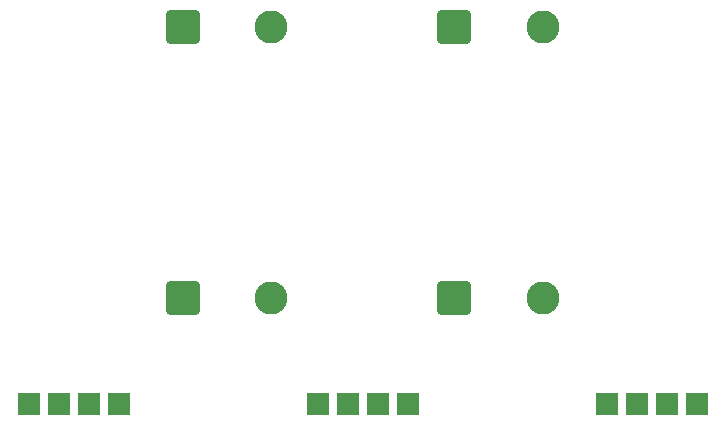
<source format=gbr>
%TF.GenerationSoftware,KiCad,Pcbnew,6.0.4-6f826c9f35~116~ubuntu20.04.1*%
%TF.CreationDate,2022-07-25T09:59:18+00:00*%
%TF.ProjectId,4XLTO1865V01A,34584c54-4f31-4383-9635-563031412e6b,rev?*%
%TF.SameCoordinates,Original*%
%TF.FileFunction,Soldermask,Top*%
%TF.FilePolarity,Negative*%
%FSLAX46Y46*%
G04 Gerber Fmt 4.6, Leading zero omitted, Abs format (unit mm)*
G04 Created by KiCad (PCBNEW 6.0.4-6f826c9f35~116~ubuntu20.04.1) date 2022-07-25 09:59:18*
%MOMM*%
%LPD*%
G01*
G04 APERTURE LIST*
G04 Aperture macros list*
%AMRoundRect*
0 Rectangle with rounded corners*
0 $1 Rounding radius*
0 $2 $3 $4 $5 $6 $7 $8 $9 X,Y pos of 4 corners*
0 Add a 4 corners polygon primitive as box body*
4,1,4,$2,$3,$4,$5,$6,$7,$8,$9,$2,$3,0*
0 Add four circle primitives for the rounded corners*
1,1,$1+$1,$2,$3*
1,1,$1+$1,$4,$5*
1,1,$1+$1,$6,$7*
1,1,$1+$1,$8,$9*
0 Add four rect primitives between the rounded corners*
20,1,$1+$1,$2,$3,$4,$5,0*
20,1,$1+$1,$4,$5,$6,$7,0*
20,1,$1+$1,$6,$7,$8,$9,0*
20,1,$1+$1,$8,$9,$2,$3,0*%
G04 Aperture macros list end*
%ADD10RoundRect,0.200000X-0.762000X0.762000X-0.762000X-0.762000X0.762000X-0.762000X0.762000X0.762000X0*%
%ADD11RoundRect,0.200000X-1.200000X-1.200000X1.200000X-1.200000X1.200000X1.200000X-1.200000X1.200000X0*%
%ADD12C,2.800000*%
G04 APERTURE END LIST*
D10*
%TO.C,J1*%
X34290000Y4500000D03*
X31750000Y4500000D03*
X29210000Y4500000D03*
X26670000Y4500000D03*
%TD*%
%TO.C,J2*%
X9810000Y4500000D03*
X7270000Y4500000D03*
X4730000Y4500000D03*
X2190000Y4500000D03*
%TD*%
D11*
%TO.C,BT1*%
X15230000Y36500000D03*
D12*
X22730000Y36500000D03*
%TD*%
D11*
%TO.C,BT4*%
X15230000Y13500000D03*
D12*
X22730000Y13500000D03*
%TD*%
D11*
%TO.C,BT3*%
X38230000Y36500000D03*
D12*
X45730000Y36500000D03*
%TD*%
D11*
%TO.C,BT2*%
X38230000Y13500000D03*
D12*
X45730000Y13500000D03*
%TD*%
D10*
%TO.C,J3*%
X58770000Y4500000D03*
X56230000Y4500000D03*
X53690000Y4500000D03*
X51150000Y4500000D03*
%TD*%
M02*

</source>
